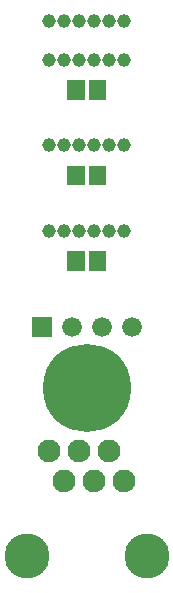
<source format=gbr>
G04 start of page 5 for group -4063 idx -4063 *
G04 Title: (unknown), componentmask *
G04 Creator: pcb 20110918 *
G04 CreationDate: Sun 03 Feb 2013 01:00:49 AM GMT UTC *
G04 For: petersen *
G04 Format: Gerber/RS-274X *
G04 PCB-Dimensions: 63000 200000 *
G04 PCB-Coordinate-Origin: lower left *
%MOIN*%
%FSLAX25Y25*%
%LNTOPMASK*%
%ADD47R,0.0572X0.0572*%
%ADD46C,0.1500*%
%ADD45C,0.0660*%
%ADD44C,0.0001*%
%ADD43C,0.2937*%
%ADD42C,0.0760*%
%ADD41C,0.0460*%
G54D41*X24000Y190000D03*
D03*
X29000D03*
D03*
X34000D03*
X19000D03*
X34000D03*
X39000D03*
D03*
X44000D03*
G54D42*X19000Y46500D03*
X24000Y36500D03*
X29000Y46500D03*
X34000Y36500D03*
X39000Y46500D03*
X44000Y36500D03*
G54D43*X31500Y67500D03*
G54D44*G36*
X13200Y91300D02*Y84700D01*
X19800D01*
Y91300D01*
X13200D01*
G37*
G54D45*X26500Y88000D03*
X36500D03*
X46500D03*
G54D46*X11500Y11500D03*
X51500D03*
G54D41*X24000Y120000D03*
X29000D03*
X24000D03*
X29000D03*
X19000D03*
X34000D03*
X39000D03*
X34000D03*
X39000D03*
X44000D03*
X24000Y148500D03*
X29000D03*
X24000D03*
X29000D03*
X19000D03*
X34000D03*
X39000D03*
X34000D03*
X39000D03*
X44000D03*
X34000Y177000D03*
D03*
X39000D03*
D03*
X19000D03*
X24000D03*
X29000D03*
X24000D03*
X29000D03*
X44000D03*
G54D47*X27957Y167393D02*Y166607D01*
X35043Y167393D02*Y166607D01*
X27957Y138893D02*Y138107D01*
X35043Y138893D02*Y138107D01*
X27957Y110393D02*Y109607D01*
X35043Y110393D02*Y109607D01*
M02*

</source>
